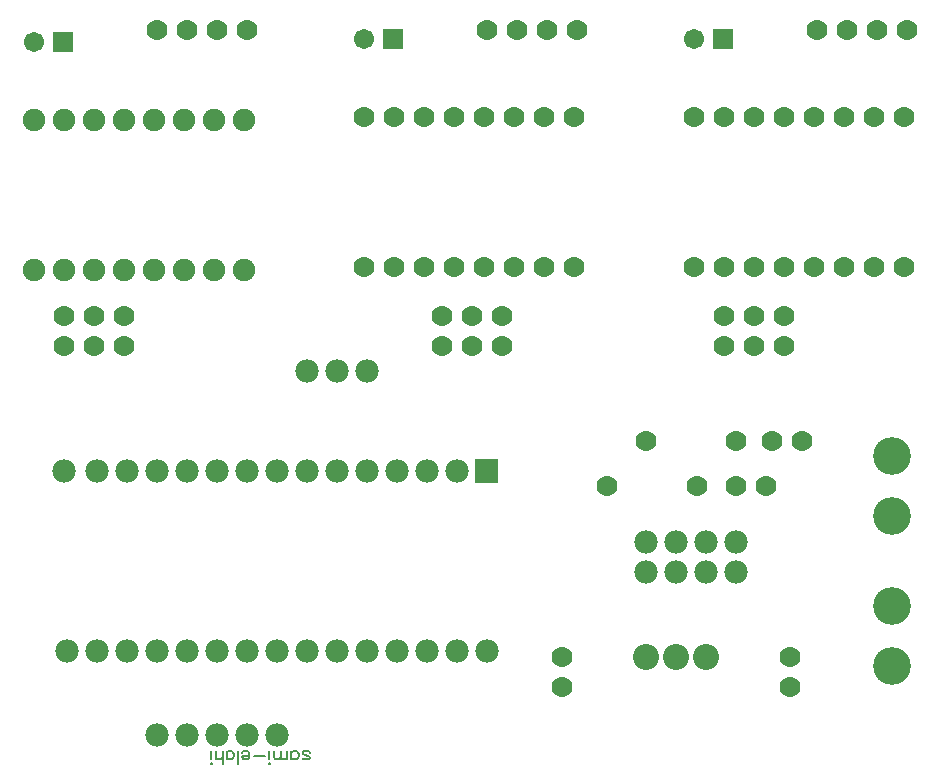
<source format=gts>
G04 Layer: TopSolderMaskLayer*
G04 EasyEDA v6.3.22, 2020-02-29T13:15:50--6:00*
G04 7e361a66f70b42a58be88cf598946bd6,aa4253c5fc2745a6ae017adeef99ad3f,10*
G04 Gerber Generator version 0.2*
G04 Scale: 100 percent, Rotated: No, Reflected: No *
G04 Dimensions in millimeters *
G04 leading zeros omitted , absolute positions ,3 integer and 3 decimal *
%FSLAX33Y33*%
%MOMM*%
G90*
G71D02*

%ADD27C,0.177800*%
%ADD29C,1.773197*%
%ADD30C,1.773199*%
%ADD31C,1.981200*%
%ADD32C,1.903197*%
%ADD34C,1.703197*%
%ADD36C,3.203194*%
%ADD37C,2.203196*%

%LPD*%
G54D27*
G01X29654Y1143D02*
G01X29705Y1041D01*
G01X29862Y988D01*
G01X30017Y988D01*
G01X30175Y1041D01*
G01X30226Y1143D01*
G01X30175Y1247D01*
G01X30071Y1300D01*
G01X29809Y1351D01*
G01X29705Y1404D01*
G01X29654Y1508D01*
G01X29654Y1559D01*
G01X29705Y1663D01*
G01X29862Y1714D01*
G01X30017Y1714D01*
G01X30175Y1663D01*
G01X30226Y1559D01*
G01X28689Y988D02*
G01X28689Y1714D01*
G01X28689Y1143D02*
G01X28790Y1041D01*
G01X28895Y988D01*
G01X29052Y988D01*
G01X29156Y1041D01*
G01X29260Y1143D01*
G01X29311Y1300D01*
G01X29311Y1404D01*
G01X29260Y1559D01*
G01X29156Y1663D01*
G01X29052Y1714D01*
G01X28895Y1714D01*
G01X28790Y1663D01*
G01X28689Y1559D01*
G01X28346Y988D02*
G01X28346Y1714D01*
G01X28346Y1196D02*
G01X28188Y1041D01*
G01X28084Y988D01*
G01X27929Y988D01*
G01X27825Y1041D01*
G01X27774Y1196D01*
G01X27774Y1714D01*
G01X27774Y1196D02*
G01X27617Y1041D01*
G01X27513Y988D01*
G01X27358Y988D01*
G01X27254Y1041D01*
G01X27203Y1196D01*
G01X27203Y1714D01*
G01X26860Y624D02*
G01X26807Y675D01*
G01X26756Y624D01*
G01X26807Y571D01*
G01X26860Y624D01*
G01X26807Y988D02*
G01X26807Y1714D01*
G01X26413Y1247D02*
G01X25476Y1247D01*
G01X25133Y1300D02*
G01X24511Y1300D01*
G01X24511Y1196D01*
G01X24561Y1092D01*
G01X24615Y1041D01*
G01X24719Y988D01*
G01X24874Y988D01*
G01X24978Y1041D01*
G01X25082Y1143D01*
G01X25133Y1300D01*
G01X25133Y1404D01*
G01X25082Y1559D01*
G01X24978Y1663D01*
G01X24874Y1714D01*
G01X24719Y1714D01*
G01X24615Y1663D01*
G01X24511Y1559D01*
G01X24168Y624D02*
G01X24168Y1714D01*
G01X23202Y988D02*
G01X23202Y1714D01*
G01X23202Y1143D02*
G01X23304Y1041D01*
G01X23408Y988D01*
G01X23566Y988D01*
G01X23670Y1041D01*
G01X23774Y1143D01*
G01X23825Y1300D01*
G01X23825Y1404D01*
G01X23774Y1559D01*
G01X23670Y1663D01*
G01X23566Y1714D01*
G01X23408Y1714D01*
G01X23304Y1663D01*
G01X23202Y1559D01*
G01X22860Y624D02*
G01X22860Y1714D01*
G01X22860Y1196D02*
G01X22702Y1041D01*
G01X22598Y988D01*
G01X22443Y988D01*
G01X22339Y1041D01*
G01X22288Y1196D01*
G01X22288Y1714D01*
G01X21945Y624D02*
G01X21892Y675D01*
G01X21841Y624D01*
G01X21892Y571D01*
G01X21945Y624D01*
G01X21892Y988D02*
G01X21892Y1714D01*
G54D29*
G01X73152Y62738D03*
G01X75692Y62738D03*
G01X78232Y62738D03*
G01X80772Y62738D03*
G01X45212Y62738D03*
G01X47752Y62738D03*
G01X50292Y62738D03*
G01X52832Y62738D03*
G54D30*
G01X17272Y62738D03*
G01X19812Y62738D03*
G01X22352Y62738D03*
G54D29*
G01X24892Y62738D03*
G54D30*
G01X9398Y38521D03*
G01X11938Y38521D03*
G01X14478Y38521D03*
G01X9398Y35981D03*
G01X11938Y35981D03*
G01X14478Y35981D03*
G01X41402Y38521D03*
G01X43942Y38521D03*
G01X46482Y38521D03*
G01X41402Y35981D03*
G01X43942Y35981D03*
G01X46482Y35981D03*
G01X65278Y38521D03*
G01X67818Y38521D03*
G01X70358Y38521D03*
G01X65278Y35981D03*
G01X67818Y35981D03*
G01X70358Y35981D03*
G54D31*
G01X27432Y3048D03*
G01X24892Y3048D03*
G01X22352Y3048D03*
G01X19812Y3048D03*
G01X17272Y3048D03*
G01X35052Y33827D03*
G01X32512Y33827D03*
G01X29972Y33827D03*
G01X66294Y16855D03*
G01X63754Y16855D03*
G01X61214Y16855D03*
G01X58674Y16855D03*
G01X66294Y19395D03*
G01X63754Y19395D03*
G01X61214Y19395D03*
G01X58674Y19395D03*
G54D30*
G01X66294Y24130D03*
G01X68834Y24130D03*
G01X69342Y27940D03*
G01X71882Y27940D03*
G01X51562Y9652D03*
G01X51562Y7112D03*
G01X70866Y9652D03*
G01X70866Y7112D03*
G54D32*
G01X11938Y55118D03*
G01X9398Y55118D03*
G01X6858Y55118D03*
G01X14478Y55118D03*
G01X17018Y55118D03*
G01X19558Y55118D03*
G01X22098Y55118D03*
G01X24638Y55118D03*
G01X24638Y42418D03*
G01X22098Y42418D03*
G01X19558Y42418D03*
G01X17018Y42418D03*
G01X14478Y42418D03*
G01X11938Y42418D03*
G01X9398Y42418D03*
G01X6858Y42418D03*
G36*
G01X44221Y24409D02*
G01X44221Y26390D01*
G01X46202Y26390D01*
G01X46202Y24409D01*
G01X44221Y24409D01*
G37*
G54D31*
G01X42672Y25400D03*
G01X40132Y25400D03*
G01X37592Y25400D03*
G01X35052Y25400D03*
G01X32512Y25400D03*
G01X29972Y25400D03*
G01X27432Y25400D03*
G01X24892Y25400D03*
G01X22352Y25400D03*
G01X19812Y25400D03*
G01X17272Y25400D03*
G01X14732Y25400D03*
G01X12192Y25400D03*
G01X9398Y25400D03*
G01X45212Y10160D03*
G01X42672Y10160D03*
G01X40132Y10160D03*
G01X37592Y10160D03*
G01X35052Y10160D03*
G01X32512Y10160D03*
G01X29972Y10160D03*
G01X27432Y10160D03*
G01X24892Y10160D03*
G01X22352Y10160D03*
G01X19812Y10160D03*
G01X17272Y10160D03*
G01X14732Y10160D03*
G01X12192Y10160D03*
G01X9652Y10160D03*
G54D34*
G01X6858Y61722D03*
G36*
G01X8506Y60871D02*
G01X8506Y62572D01*
G01X10208Y62572D01*
G01X10208Y60871D01*
G01X8506Y60871D01*
G37*
G54D30*
G01X39878Y55372D03*
G01X37338Y55372D03*
G01X34798Y55372D03*
G01X42418Y55372D03*
G01X44958Y55372D03*
G01X47498Y55372D03*
G01X50038Y55372D03*
G01X52578Y55372D03*
G01X52578Y42672D03*
G01X50038Y42672D03*
G01X47498Y42672D03*
G01X44958Y42672D03*
G01X42418Y42672D03*
G01X39878Y42672D03*
G01X37338Y42672D03*
G01X34798Y42672D03*
G54D34*
G01X34798Y61976D03*
G36*
G01X36446Y61125D02*
G01X36446Y62826D01*
G01X38148Y62826D01*
G01X38148Y61125D01*
G01X36446Y61125D01*
G37*
G54D30*
G01X67818Y55372D03*
G01X65278Y55372D03*
G01X62738Y55372D03*
G01X70358Y55372D03*
G01X72898Y55372D03*
G01X75438Y55372D03*
G01X77978Y55372D03*
G01X80518Y55372D03*
G01X80518Y42672D03*
G01X77978Y42672D03*
G01X75438Y42672D03*
G01X72898Y42672D03*
G01X70358Y42672D03*
G01X67818Y42672D03*
G01X65278Y42672D03*
G01X62738Y42672D03*
G54D34*
G01X62738Y61976D03*
G36*
G01X64386Y61125D02*
G01X64386Y62826D01*
G01X66088Y62826D01*
G01X66088Y61125D01*
G01X64386Y61125D01*
G37*
G54D36*
G01X79502Y13970D03*
G01X79502Y8890D03*
G54D37*
G01X63754Y9652D03*
G01X61214Y9652D03*
G01X58674Y9652D03*
G54D30*
G01X58674Y27940D03*
G01X66294Y27940D03*
G01X55372Y24130D03*
G01X62992Y24130D03*
G54D36*
G01X79502Y26670D03*
G01X79502Y21590D03*
M00*
M02*

</source>
